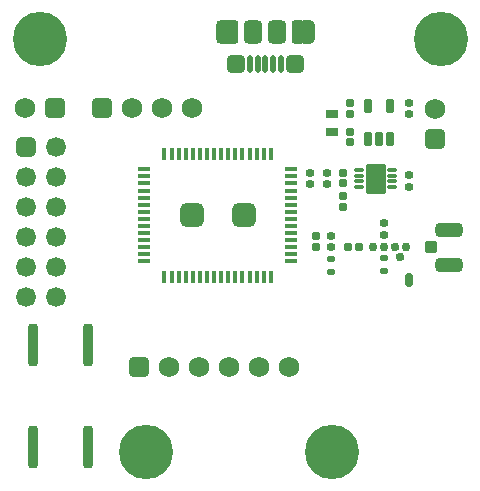
<source format=gts>
G04*
G04 #@! TF.GenerationSoftware,Altium Limited,Altium Designer,21.9.2 (33)*
G04*
G04 Layer_Color=8388736*
%FSLAX44Y44*%
%MOMM*%
G71*
G04*
G04 #@! TF.SameCoordinates,1F5C1B73-E678-4566-9102-B3B9492829AA*
G04*
G04*
G04 #@! TF.FilePolarity,Negative*
G04*
G01*
G75*
G04:AMPARAMS|DCode=37|XSize=0.6mm|YSize=0.6mm|CornerRadius=0.175mm|HoleSize=0mm|Usage=FLASHONLY|Rotation=90.000|XOffset=0mm|YOffset=0mm|HoleType=Round|Shape=RoundedRectangle|*
%AMROUNDEDRECTD37*
21,1,0.6000,0.2500,0,0,90.0*
21,1,0.2500,0.6000,0,0,90.0*
1,1,0.3500,0.1250,0.1250*
1,1,0.3500,0.1250,-0.1250*
1,1,0.3500,-0.1250,-0.1250*
1,1,0.3500,-0.1250,0.1250*
%
%ADD37ROUNDEDRECTD37*%
G04:AMPARAMS|DCode=38|XSize=0.6mm|YSize=0.6mm|CornerRadius=0.175mm|HoleSize=0mm|Usage=FLASHONLY|Rotation=0.000|XOffset=0mm|YOffset=0mm|HoleType=Round|Shape=RoundedRectangle|*
%AMROUNDEDRECTD38*
21,1,0.6000,0.2500,0,0,0.0*
21,1,0.2500,0.6000,0,0,0.0*
1,1,0.3500,0.1250,-0.1250*
1,1,0.3500,-0.1250,-0.1250*
1,1,0.3500,-0.1250,0.1250*
1,1,0.3500,0.1250,0.1250*
%
%ADD38ROUNDEDRECTD38*%
G04:AMPARAMS|DCode=39|XSize=0.3mm|YSize=1.1mm|CornerRadius=0.05mm|HoleSize=0mm|Usage=FLASHONLY|Rotation=90.000|XOffset=0mm|YOffset=0mm|HoleType=Round|Shape=RoundedRectangle|*
%AMROUNDEDRECTD39*
21,1,0.3000,1.0000,0,0,90.0*
21,1,0.2000,1.1000,0,0,90.0*
1,1,0.1000,0.5000,0.1000*
1,1,0.1000,0.5000,-0.1000*
1,1,0.1000,-0.5000,-0.1000*
1,1,0.1000,-0.5000,0.1000*
%
%ADD39ROUNDEDRECTD39*%
G04:AMPARAMS|DCode=40|XSize=0.3mm|YSize=1.1mm|CornerRadius=0.05mm|HoleSize=0mm|Usage=FLASHONLY|Rotation=180.000|XOffset=0mm|YOffset=0mm|HoleType=Round|Shape=RoundedRectangle|*
%AMROUNDEDRECTD40*
21,1,0.3000,1.0000,0,0,180.0*
21,1,0.2000,1.1000,0,0,180.0*
1,1,0.1000,-0.1000,0.5000*
1,1,0.1000,0.1000,0.5000*
1,1,0.1000,0.1000,-0.5000*
1,1,0.1000,-0.1000,-0.5000*
%
%ADD40ROUNDEDRECTD40*%
G04:AMPARAMS|DCode=41|XSize=2mm|YSize=2mm|CornerRadius=0.475mm|HoleSize=0mm|Usage=FLASHONLY|Rotation=0.000|XOffset=0mm|YOffset=0mm|HoleType=Round|Shape=RoundedRectangle|*
%AMROUNDEDRECTD41*
21,1,2.0000,1.0500,0,0,0.0*
21,1,1.0500,2.0000,0,0,0.0*
1,1,0.9500,0.5250,-0.5250*
1,1,0.9500,-0.5250,-0.5250*
1,1,0.9500,-0.5250,0.5250*
1,1,0.9500,0.5250,0.5250*
%
%ADD41ROUNDEDRECTD41*%
G04:AMPARAMS|DCode=42|XSize=0.8mm|YSize=3.6mm|CornerRadius=0.225mm|HoleSize=0mm|Usage=FLASHONLY|Rotation=180.000|XOffset=0mm|YOffset=0mm|HoleType=Round|Shape=RoundedRectangle|*
%AMROUNDEDRECTD42*
21,1,0.8000,3.1500,0,0,180.0*
21,1,0.3500,3.6000,0,0,180.0*
1,1,0.4500,-0.1750,1.5750*
1,1,0.4500,0.1750,1.5750*
1,1,0.4500,0.1750,-1.5750*
1,1,0.4500,-0.1750,-1.5750*
%
%ADD42ROUNDEDRECTD42*%
G04:AMPARAMS|DCode=43|XSize=0.68mm|YSize=0.68mm|CornerRadius=0.195mm|HoleSize=0mm|Usage=FLASHONLY|Rotation=90.000|XOffset=0mm|YOffset=0mm|HoleType=Round|Shape=RoundedRectangle|*
%AMROUNDEDRECTD43*
21,1,0.6800,0.2900,0,0,90.0*
21,1,0.2900,0.6800,0,0,90.0*
1,1,0.3900,0.1450,0.1450*
1,1,0.3900,0.1450,-0.1450*
1,1,0.3900,-0.1450,-0.1450*
1,1,0.3900,-0.1450,0.1450*
%
%ADD43ROUNDEDRECTD43*%
G04:AMPARAMS|DCode=44|XSize=0.63mm|YSize=0.68mm|CornerRadius=0.1825mm|HoleSize=0mm|Usage=FLASHONLY|Rotation=90.000|XOffset=0mm|YOffset=0mm|HoleType=Round|Shape=RoundedRectangle|*
%AMROUNDEDRECTD44*
21,1,0.6300,0.3150,0,0,90.0*
21,1,0.2650,0.6800,0,0,90.0*
1,1,0.3650,0.1575,0.1325*
1,1,0.3650,0.1575,-0.1325*
1,1,0.3650,-0.1575,-0.1325*
1,1,0.3650,-0.1575,0.1325*
%
%ADD44ROUNDEDRECTD44*%
G04:AMPARAMS|DCode=45|XSize=0.68mm|YSize=0.68mm|CornerRadius=0.195mm|HoleSize=0mm|Usage=FLASHONLY|Rotation=294.000|XOffset=0mm|YOffset=0mm|HoleType=Round|Shape=RoundedRectangle|*
%AMROUNDEDRECTD45*
21,1,0.6800,0.2900,0,0,294.0*
21,1,0.2900,0.6800,0,0,294.0*
1,1,0.3900,-0.0735,-0.1914*
1,1,0.3900,-0.1914,0.0735*
1,1,0.3900,0.0735,0.1914*
1,1,0.3900,0.1914,-0.0735*
%
%ADD45ROUNDEDRECTD45*%
G04:AMPARAMS|DCode=46|XSize=1.7mm|YSize=2.54mm|CornerRadius=0.13mm|HoleSize=0mm|Usage=FLASHONLY|Rotation=0.000|XOffset=0mm|YOffset=0mm|HoleType=Round|Shape=RoundedRectangle|*
%AMROUNDEDRECTD46*
21,1,1.7000,2.2800,0,0,0.0*
21,1,1.4400,2.5400,0,0,0.0*
1,1,0.2600,0.7200,-1.1400*
1,1,0.2600,-0.7200,-1.1400*
1,1,0.2600,-0.7200,1.1400*
1,1,0.2600,0.7200,1.1400*
%
%ADD46ROUNDEDRECTD46*%
G04:AMPARAMS|DCode=47|XSize=0.86mm|YSize=0.37mm|CornerRadius=0.1175mm|HoleSize=0mm|Usage=FLASHONLY|Rotation=0.000|XOffset=0mm|YOffset=0mm|HoleType=Round|Shape=RoundedRectangle|*
%AMROUNDEDRECTD47*
21,1,0.8600,0.1350,0,0,0.0*
21,1,0.6250,0.3700,0,0,0.0*
1,1,0.2350,0.3125,-0.0675*
1,1,0.2350,-0.3125,-0.0675*
1,1,0.2350,-0.3125,0.0675*
1,1,0.2350,0.3125,0.0675*
%
%ADD47ROUNDEDRECTD47*%
G04:AMPARAMS|DCode=48|XSize=1.1mm|YSize=2mm|CornerRadius=0.3mm|HoleSize=0mm|Usage=FLASHONLY|Rotation=0.000|XOffset=0mm|YOffset=0mm|HoleType=Round|Shape=RoundedRectangle|*
%AMROUNDEDRECTD48*
21,1,1.1000,1.4000,0,0,0.0*
21,1,0.5000,2.0000,0,0,0.0*
1,1,0.6000,0.2500,-0.7000*
1,1,0.6000,-0.2500,-0.7000*
1,1,0.6000,-0.2500,0.7000*
1,1,0.6000,0.2500,0.7000*
%
%ADD48ROUNDEDRECTD48*%
G04:AMPARAMS|DCode=49|XSize=0.5mm|YSize=1.45mm|CornerRadius=0.15mm|HoleSize=0mm|Usage=FLASHONLY|Rotation=180.000|XOffset=0mm|YOffset=0mm|HoleType=Round|Shape=RoundedRectangle|*
%AMROUNDEDRECTD49*
21,1,0.5000,1.1500,0,0,180.0*
21,1,0.2000,1.4500,0,0,180.0*
1,1,0.3000,-0.1000,0.5750*
1,1,0.3000,0.1000,0.5750*
1,1,0.3000,0.1000,-0.5750*
1,1,0.3000,-0.1000,-0.5750*
%
%ADD49ROUNDEDRECTD49*%
G04:AMPARAMS|DCode=50|XSize=1.6mm|YSize=2mm|CornerRadius=0.425mm|HoleSize=0mm|Usage=FLASHONLY|Rotation=180.000|XOffset=0mm|YOffset=0mm|HoleType=Round|Shape=RoundedRectangle|*
%AMROUNDEDRECTD50*
21,1,1.6000,1.1500,0,0,180.0*
21,1,0.7500,2.0000,0,0,180.0*
1,1,0.8500,-0.3750,0.5750*
1,1,0.8500,0.3750,0.5750*
1,1,0.8500,0.3750,-0.5750*
1,1,0.8500,-0.3750,-0.5750*
%
%ADD50ROUNDEDRECTD50*%
G04:AMPARAMS|DCode=51|XSize=0.65mm|YSize=0.65mm|CornerRadius=0.1875mm|HoleSize=0mm|Usage=FLASHONLY|Rotation=0.000|XOffset=0mm|YOffset=0mm|HoleType=Round|Shape=RoundedRectangle|*
%AMROUNDEDRECTD51*
21,1,0.6500,0.2750,0,0,0.0*
21,1,0.2750,0.6500,0,0,0.0*
1,1,0.3750,0.1375,-0.1375*
1,1,0.3750,-0.1375,-0.1375*
1,1,0.3750,-0.1375,0.1375*
1,1,0.3750,0.1375,0.1375*
%
%ADD51ROUNDEDRECTD51*%
G04:AMPARAMS|DCode=52|XSize=0.7mm|YSize=1.2mm|CornerRadius=0.2mm|HoleSize=0mm|Usage=FLASHONLY|Rotation=180.000|XOffset=0mm|YOffset=0mm|HoleType=Round|Shape=RoundedRectangle|*
%AMROUNDEDRECTD52*
21,1,0.7000,0.8000,0,0,180.0*
21,1,0.3000,1.2000,0,0,180.0*
1,1,0.4000,-0.1500,0.4000*
1,1,0.4000,0.1500,0.4000*
1,1,0.4000,0.1500,-0.4000*
1,1,0.4000,-0.1500,-0.4000*
%
%ADD52ROUNDEDRECTD52*%
G04:AMPARAMS|DCode=53|XSize=1.05mm|YSize=0.75mm|CornerRadius=0.1313mm|HoleSize=0mm|Usage=FLASHONLY|Rotation=180.000|XOffset=0mm|YOffset=0mm|HoleType=Round|Shape=RoundedRectangle|*
%AMROUNDEDRECTD53*
21,1,1.0500,0.4875,0,0,180.0*
21,1,0.7875,0.7500,0,0,180.0*
1,1,0.2625,-0.3938,0.2438*
1,1,0.2625,0.3938,0.2438*
1,1,0.2625,0.3938,-0.2438*
1,1,0.2625,-0.3938,-0.2438*
%
%ADD53ROUNDEDRECTD53*%
G04:AMPARAMS|DCode=54|XSize=0.52mm|YSize=0.71mm|CornerRadius=0.155mm|HoleSize=0mm|Usage=FLASHONLY|Rotation=270.000|XOffset=0mm|YOffset=0mm|HoleType=Round|Shape=RoundedRectangle|*
%AMROUNDEDRECTD54*
21,1,0.5200,0.4000,0,0,270.0*
21,1,0.2100,0.7100,0,0,270.0*
1,1,0.3100,-0.2000,-0.1050*
1,1,0.3100,-0.2000,0.1050*
1,1,0.3100,0.2000,0.1050*
1,1,0.3100,0.2000,-0.1050*
%
%ADD54ROUNDEDRECTD54*%
G04:AMPARAMS|DCode=55|XSize=0.68mm|YSize=0.68mm|CornerRadius=0.195mm|HoleSize=0mm|Usage=FLASHONLY|Rotation=0.000|XOffset=0mm|YOffset=0mm|HoleType=Round|Shape=RoundedRectangle|*
%AMROUNDEDRECTD55*
21,1,0.6800,0.2900,0,0,0.0*
21,1,0.2900,0.6800,0,0,0.0*
1,1,0.3900,0.1450,-0.1450*
1,1,0.3900,-0.1450,-0.1450*
1,1,0.3900,-0.1450,0.1450*
1,1,0.3900,0.1450,0.1450*
%
%ADD55ROUNDEDRECTD55*%
G04:AMPARAMS|DCode=56|XSize=0.63mm|YSize=0.68mm|CornerRadius=0.1825mm|HoleSize=0mm|Usage=FLASHONLY|Rotation=0.000|XOffset=0mm|YOffset=0mm|HoleType=Round|Shape=RoundedRectangle|*
%AMROUNDEDRECTD56*
21,1,0.6300,0.3150,0,0,0.0*
21,1,0.2650,0.6800,0,0,0.0*
1,1,0.3650,0.1325,-0.1575*
1,1,0.3650,-0.1325,-0.1575*
1,1,0.3650,-0.1325,0.1575*
1,1,0.3650,0.1325,0.1575*
%
%ADD56ROUNDEDRECTD56*%
G04:AMPARAMS|DCode=57|XSize=1.15mm|YSize=2.3mm|CornerRadius=0.3125mm|HoleSize=0mm|Usage=FLASHONLY|Rotation=270.000|XOffset=0mm|YOffset=0mm|HoleType=Round|Shape=RoundedRectangle|*
%AMROUNDEDRECTD57*
21,1,1.1500,1.6750,0,0,270.0*
21,1,0.5250,2.3000,0,0,270.0*
1,1,0.6250,-0.8375,-0.2625*
1,1,0.6250,-0.8375,0.2625*
1,1,0.6250,0.8375,0.2625*
1,1,0.6250,0.8375,-0.2625*
%
%ADD57ROUNDEDRECTD57*%
G04:AMPARAMS|DCode=58|XSize=1.1mm|YSize=1.1mm|CornerRadius=0.3mm|HoleSize=0mm|Usage=FLASHONLY|Rotation=270.000|XOffset=0mm|YOffset=0mm|HoleType=Round|Shape=RoundedRectangle|*
%AMROUNDEDRECTD58*
21,1,1.1000,0.5000,0,0,270.0*
21,1,0.5000,1.1000,0,0,270.0*
1,1,0.6000,-0.2500,-0.2500*
1,1,0.6000,-0.2500,0.2500*
1,1,0.6000,0.2500,0.2500*
1,1,0.6000,0.2500,-0.2500*
%
%ADD58ROUNDEDRECTD58*%
%ADD59C,4.6000*%
G04:AMPARAMS|DCode=60|XSize=1.69mm|YSize=1.69mm|CornerRadius=0.4475mm|HoleSize=0mm|Usage=FLASHONLY|Rotation=270.000|XOffset=0mm|YOffset=0mm|HoleType=Round|Shape=RoundedRectangle|*
%AMROUNDEDRECTD60*
21,1,1.6900,0.7950,0,0,270.0*
21,1,0.7950,1.6900,0,0,270.0*
1,1,0.8950,-0.3975,-0.3975*
1,1,0.8950,-0.3975,0.3975*
1,1,0.8950,0.3975,0.3975*
1,1,0.8950,0.3975,-0.3975*
%
%ADD60ROUNDEDRECTD60*%
%ADD61C,1.6900*%
G04:AMPARAMS|DCode=62|XSize=1.75mm|YSize=1.75mm|CornerRadius=0.4625mm|HoleSize=0mm|Usage=FLASHONLY|Rotation=0.000|XOffset=0mm|YOffset=0mm|HoleType=Round|Shape=RoundedRectangle|*
%AMROUNDEDRECTD62*
21,1,1.7500,0.8250,0,0,0.0*
21,1,0.8250,1.7500,0,0,0.0*
1,1,0.9250,0.4125,-0.4125*
1,1,0.9250,-0.4125,-0.4125*
1,1,0.9250,-0.4125,0.4125*
1,1,0.9250,0.4125,0.4125*
%
%ADD62ROUNDEDRECTD62*%
%ADD63C,1.7500*%
G04:AMPARAMS|DCode=64|XSize=1.55mm|YSize=1.55mm|CornerRadius=0.4125mm|HoleSize=0mm|Usage=FLASHONLY|Rotation=180.000|XOffset=0mm|YOffset=0mm|HoleType=Round|Shape=RoundedRectangle|*
%AMROUNDEDRECTD64*
21,1,1.5500,0.7250,0,0,180.0*
21,1,0.7250,1.5500,0,0,180.0*
1,1,0.8250,-0.3625,0.3625*
1,1,0.8250,0.3625,0.3625*
1,1,0.8250,0.3625,-0.3625*
1,1,0.8250,-0.3625,-0.3625*
%
%ADD64ROUNDEDRECTD64*%
G04:AMPARAMS|DCode=65|XSize=1.3mm|YSize=2mm|CornerRadius=0.35mm|HoleSize=0mm|Usage=FLASHONLY|Rotation=180.000|XOffset=0mm|YOffset=0mm|HoleType=Round|Shape=RoundedRectangle|*
%AMROUNDEDRECTD65*
21,1,1.3000,1.3000,0,0,180.0*
21,1,0.6000,2.0000,0,0,180.0*
1,1,0.7000,-0.3000,0.6500*
1,1,0.7000,0.3000,0.6500*
1,1,0.7000,0.3000,-0.6500*
1,1,0.7000,-0.3000,-0.6500*
%
%ADD65ROUNDEDRECTD65*%
G04:AMPARAMS|DCode=66|XSize=1.75mm|YSize=1.75mm|CornerRadius=0.4625mm|HoleSize=0mm|Usage=FLASHONLY|Rotation=90.000|XOffset=0mm|YOffset=0mm|HoleType=Round|Shape=RoundedRectangle|*
%AMROUNDEDRECTD66*
21,1,1.7500,0.8250,0,0,90.0*
21,1,0.8250,1.7500,0,0,90.0*
1,1,0.9250,0.4125,0.4125*
1,1,0.9250,0.4125,-0.4125*
1,1,0.9250,-0.4125,-0.4125*
1,1,0.9250,-0.4125,0.4125*
%
%ADD66ROUNDEDRECTD66*%
D37*
X312750Y-203750D02*
D03*
Y-202000D02*
D03*
D38*
Y-207000D02*
D03*
Y-204500D02*
D03*
D39*
X212500Y-188500D02*
D03*
X88500Y-188500D02*
D03*
X88500Y-110500D02*
D03*
X212500Y-158500D02*
D03*
X212500Y-122500D02*
D03*
X212500Y-128500D02*
D03*
Y-134500D02*
D03*
X212500Y-140500D02*
D03*
X212500Y-146500D02*
D03*
Y-152500D02*
D03*
Y-164500D02*
D03*
Y-170500D02*
D03*
Y-176500D02*
D03*
Y-182500D02*
D03*
X88500Y-182500D02*
D03*
Y-116500D02*
D03*
Y-122500D02*
D03*
Y-128500D02*
D03*
X88500Y-134500D02*
D03*
X88500Y-146500D02*
D03*
X88500Y-152500D02*
D03*
Y-158500D02*
D03*
X88500Y-164500D02*
D03*
X88500Y-170500D02*
D03*
X88500Y-140500D02*
D03*
X212500Y-116500D02*
D03*
Y-110500D02*
D03*
X88500Y-176500D02*
D03*
D40*
X105500Y-97500D02*
D03*
X111500D02*
D03*
X195500D02*
D03*
X189500D02*
D03*
X195500Y-201500D02*
D03*
X189500D02*
D03*
X105500D02*
D03*
X111500D02*
D03*
X141500D02*
D03*
X177500D02*
D03*
X171500D02*
D03*
X165500D02*
D03*
X159500D02*
D03*
X153500D02*
D03*
X147500D02*
D03*
X135500D02*
D03*
X129500D02*
D03*
X123500D02*
D03*
X117500D02*
D03*
X183500D02*
D03*
X117500Y-97500D02*
D03*
X183500D02*
D03*
X177500D02*
D03*
X171500D02*
D03*
X165500D02*
D03*
X153500D02*
D03*
X147500D02*
D03*
X141500D02*
D03*
X135500D02*
D03*
X129500D02*
D03*
X123500D02*
D03*
X159500D02*
D03*
D41*
X128500Y-149500D02*
D03*
X172500D02*
D03*
D42*
X-6000Y-259250D02*
D03*
X-6000Y-345250D02*
D03*
X40763Y-259250D02*
D03*
X40763Y-345250D02*
D03*
D43*
X256248Y-113248D02*
D03*
Y-122448D02*
D03*
Y-133248D02*
D03*
Y-142448D02*
D03*
X262238Y-63762D02*
D03*
Y-54562D02*
D03*
X262238Y-78562D02*
D03*
X262238Y-87762D02*
D03*
X233750Y-167300D02*
D03*
Y-176500D02*
D03*
D44*
X246500Y-166800D02*
D03*
Y-176500D02*
D03*
X312248Y-125448D02*
D03*
X312248Y-115748D02*
D03*
X243000Y-113400D02*
D03*
Y-123100D02*
D03*
X291250Y-156400D02*
D03*
Y-166100D02*
D03*
X312238Y-64012D02*
D03*
Y-54312D02*
D03*
X228750Y-113400D02*
D03*
X228750Y-123100D02*
D03*
D45*
X304792Y-184954D02*
D03*
X301050Y-176550D02*
D03*
D46*
X284248Y-118348D02*
D03*
D47*
X298098Y-110848D02*
D03*
Y-115848D02*
D03*
Y-120848D02*
D03*
X298098Y-125848D02*
D03*
X270398D02*
D03*
X270398Y-120848D02*
D03*
Y-115848D02*
D03*
Y-110848D02*
D03*
D48*
X162750Y6000D02*
D03*
X218750Y6000D02*
D03*
D49*
X203750Y-21000D02*
D03*
X184250Y-21000D02*
D03*
X177750Y-21000D02*
D03*
X190750D02*
D03*
X197250Y-21000D02*
D03*
D50*
X200750Y6000D02*
D03*
X180750Y6000D02*
D03*
D51*
X310250Y-176550D02*
D03*
D52*
X277738Y-57162D02*
D03*
X296738D02*
D03*
Y-85162D02*
D03*
X287238Y-85162D02*
D03*
X277738D02*
D03*
D53*
X247488Y-63912D02*
D03*
Y-78912D02*
D03*
D54*
X291250Y-196450D02*
D03*
Y-185350D02*
D03*
X246500Y-197700D02*
D03*
Y-186600D02*
D03*
D55*
X270200Y-176400D02*
D03*
X261000D02*
D03*
D56*
X291350D02*
D03*
X281650D02*
D03*
D57*
X346000Y-191150D02*
D03*
Y-161650D02*
D03*
D58*
X331000Y-176400D02*
D03*
D59*
X340000Y0D02*
D03*
X247000Y-350000D02*
D03*
X0Y0D02*
D03*
X90000Y-350000D02*
D03*
D60*
X-12100Y-91500D02*
D03*
D61*
X13300D02*
D03*
X-12100Y-116900D02*
D03*
X13300D02*
D03*
X-12100Y-142300D02*
D03*
X13300D02*
D03*
X-12100Y-167700D02*
D03*
X13300D02*
D03*
X-12100Y-193100D02*
D03*
X13300D02*
D03*
X-12100Y-218500D02*
D03*
X13300D02*
D03*
D62*
X52200Y-59000D02*
D03*
X13000Y-59000D02*
D03*
X83800Y-278250D02*
D03*
D63*
X77600Y-59000D02*
D03*
X103000D02*
D03*
X128400D02*
D03*
X-12400Y-59000D02*
D03*
X185400Y-278250D02*
D03*
X210800D02*
D03*
X109200D02*
D03*
X134600D02*
D03*
X160000D02*
D03*
X334750Y-59750D02*
D03*
D64*
X215750Y-21000D02*
D03*
X165750Y-21000D02*
D03*
D65*
X225750Y6000D02*
D03*
X155750D02*
D03*
D66*
X334750Y-85150D02*
D03*
M02*

</source>
